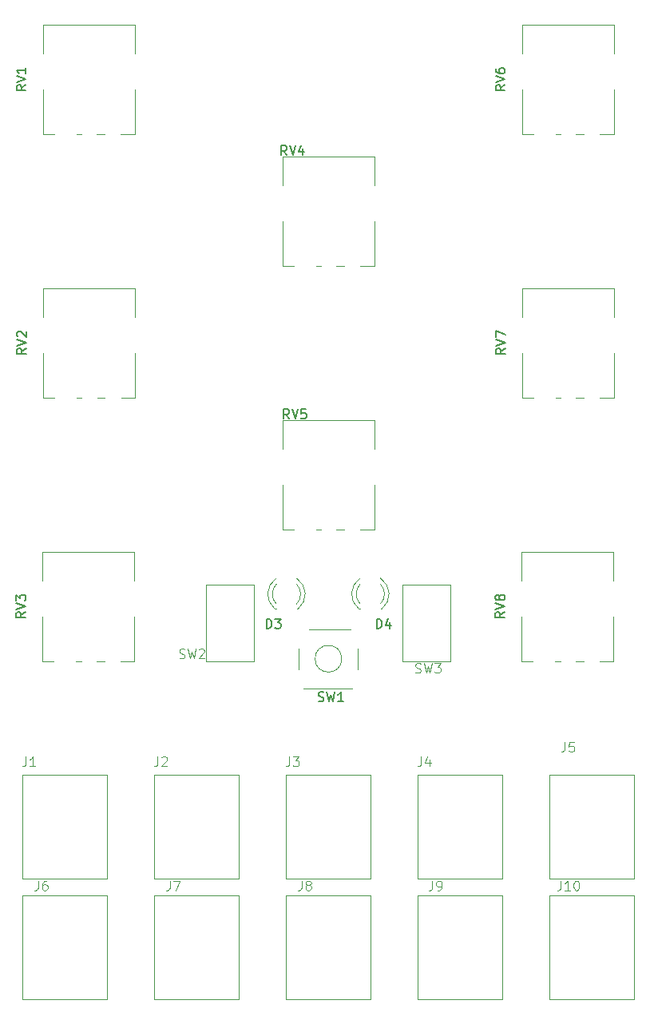
<source format=gbr>
%TF.GenerationSoftware,KiCad,Pcbnew,7.0.1*%
%TF.CreationDate,2024-01-09T19:15:50-05:00*%
%TF.ProjectId,daisy_euro,64616973-795f-4657-9572-6f2e6b696361,rev?*%
%TF.SameCoordinates,Original*%
%TF.FileFunction,Legend,Top*%
%TF.FilePolarity,Positive*%
%FSLAX46Y46*%
G04 Gerber Fmt 4.6, Leading zero omitted, Abs format (unit mm)*
G04 Created by KiCad (PCBNEW 7.0.1) date 2024-01-09 19:15:50*
%MOMM*%
%LPD*%
G01*
G04 APERTURE LIST*
%ADD10C,0.100000*%
%ADD11C,0.150000*%
%ADD12C,0.120000*%
G04 APERTURE END LIST*
D10*
%TO.C,J2*%
X45386666Y-121382619D02*
X45386666Y-122096904D01*
X45386666Y-122096904D02*
X45339047Y-122239761D01*
X45339047Y-122239761D02*
X45243809Y-122335000D01*
X45243809Y-122335000D02*
X45100952Y-122382619D01*
X45100952Y-122382619D02*
X45005714Y-122382619D01*
X45815238Y-121477857D02*
X45862857Y-121430238D01*
X45862857Y-121430238D02*
X45958095Y-121382619D01*
X45958095Y-121382619D02*
X46196190Y-121382619D01*
X46196190Y-121382619D02*
X46291428Y-121430238D01*
X46291428Y-121430238D02*
X46339047Y-121477857D01*
X46339047Y-121477857D02*
X46386666Y-121573095D01*
X46386666Y-121573095D02*
X46386666Y-121668333D01*
X46386666Y-121668333D02*
X46339047Y-121811190D01*
X46339047Y-121811190D02*
X45767619Y-122382619D01*
X45767619Y-122382619D02*
X46386666Y-122382619D01*
D11*
%TO.C,D3*%
X56919905Y-107777619D02*
X56919905Y-106777619D01*
X56919905Y-106777619D02*
X57158000Y-106777619D01*
X57158000Y-106777619D02*
X57300857Y-106825238D01*
X57300857Y-106825238D02*
X57396095Y-106920476D01*
X57396095Y-106920476D02*
X57443714Y-107015714D01*
X57443714Y-107015714D02*
X57491333Y-107206190D01*
X57491333Y-107206190D02*
X57491333Y-107349047D01*
X57491333Y-107349047D02*
X57443714Y-107539523D01*
X57443714Y-107539523D02*
X57396095Y-107634761D01*
X57396095Y-107634761D02*
X57300857Y-107730000D01*
X57300857Y-107730000D02*
X57158000Y-107777619D01*
X57158000Y-107777619D02*
X56919905Y-107777619D01*
X57824667Y-106777619D02*
X58443714Y-106777619D01*
X58443714Y-106777619D02*
X58110381Y-107158571D01*
X58110381Y-107158571D02*
X58253238Y-107158571D01*
X58253238Y-107158571D02*
X58348476Y-107206190D01*
X58348476Y-107206190D02*
X58396095Y-107253809D01*
X58396095Y-107253809D02*
X58443714Y-107349047D01*
X58443714Y-107349047D02*
X58443714Y-107587142D01*
X58443714Y-107587142D02*
X58396095Y-107682380D01*
X58396095Y-107682380D02*
X58348476Y-107730000D01*
X58348476Y-107730000D02*
X58253238Y-107777619D01*
X58253238Y-107777619D02*
X57967524Y-107777619D01*
X57967524Y-107777619D02*
X57872286Y-107730000D01*
X57872286Y-107730000D02*
X57824667Y-107682380D01*
%TO.C,SW1*%
X62420667Y-115477000D02*
X62563524Y-115524619D01*
X62563524Y-115524619D02*
X62801619Y-115524619D01*
X62801619Y-115524619D02*
X62896857Y-115477000D01*
X62896857Y-115477000D02*
X62944476Y-115429380D01*
X62944476Y-115429380D02*
X62992095Y-115334142D01*
X62992095Y-115334142D02*
X62992095Y-115238904D01*
X62992095Y-115238904D02*
X62944476Y-115143666D01*
X62944476Y-115143666D02*
X62896857Y-115096047D01*
X62896857Y-115096047D02*
X62801619Y-115048428D01*
X62801619Y-115048428D02*
X62611143Y-115000809D01*
X62611143Y-115000809D02*
X62515905Y-114953190D01*
X62515905Y-114953190D02*
X62468286Y-114905571D01*
X62468286Y-114905571D02*
X62420667Y-114810333D01*
X62420667Y-114810333D02*
X62420667Y-114715095D01*
X62420667Y-114715095D02*
X62468286Y-114619857D01*
X62468286Y-114619857D02*
X62515905Y-114572238D01*
X62515905Y-114572238D02*
X62611143Y-114524619D01*
X62611143Y-114524619D02*
X62849238Y-114524619D01*
X62849238Y-114524619D02*
X62992095Y-114572238D01*
X63325429Y-114524619D02*
X63563524Y-115524619D01*
X63563524Y-115524619D02*
X63754000Y-114810333D01*
X63754000Y-114810333D02*
X63944476Y-115524619D01*
X63944476Y-115524619D02*
X64182572Y-114524619D01*
X65087333Y-115524619D02*
X64515905Y-115524619D01*
X64801619Y-115524619D02*
X64801619Y-114524619D01*
X64801619Y-114524619D02*
X64706381Y-114667476D01*
X64706381Y-114667476D02*
X64611143Y-114762714D01*
X64611143Y-114762714D02*
X64515905Y-114810333D01*
%TO.C,RV2*%
X31462619Y-78093238D02*
X30986428Y-78426571D01*
X31462619Y-78664666D02*
X30462619Y-78664666D01*
X30462619Y-78664666D02*
X30462619Y-78283714D01*
X30462619Y-78283714D02*
X30510238Y-78188476D01*
X30510238Y-78188476D02*
X30557857Y-78140857D01*
X30557857Y-78140857D02*
X30653095Y-78093238D01*
X30653095Y-78093238D02*
X30795952Y-78093238D01*
X30795952Y-78093238D02*
X30891190Y-78140857D01*
X30891190Y-78140857D02*
X30938809Y-78188476D01*
X30938809Y-78188476D02*
X30986428Y-78283714D01*
X30986428Y-78283714D02*
X30986428Y-78664666D01*
X30462619Y-77807523D02*
X31462619Y-77474190D01*
X31462619Y-77474190D02*
X30462619Y-77140857D01*
X30557857Y-76855142D02*
X30510238Y-76807523D01*
X30510238Y-76807523D02*
X30462619Y-76712285D01*
X30462619Y-76712285D02*
X30462619Y-76474190D01*
X30462619Y-76474190D02*
X30510238Y-76378952D01*
X30510238Y-76378952D02*
X30557857Y-76331333D01*
X30557857Y-76331333D02*
X30653095Y-76283714D01*
X30653095Y-76283714D02*
X30748333Y-76283714D01*
X30748333Y-76283714D02*
X30891190Y-76331333D01*
X30891190Y-76331333D02*
X31462619Y-76902761D01*
X31462619Y-76902761D02*
X31462619Y-76283714D01*
D10*
%TO.C,J7*%
X46696666Y-134542619D02*
X46696666Y-135256904D01*
X46696666Y-135256904D02*
X46649047Y-135399761D01*
X46649047Y-135399761D02*
X46553809Y-135495000D01*
X46553809Y-135495000D02*
X46410952Y-135542619D01*
X46410952Y-135542619D02*
X46315714Y-135542619D01*
X47077619Y-134542619D02*
X47744285Y-134542619D01*
X47744285Y-134542619D02*
X47315714Y-135542619D01*
%TO.C,J1*%
X31416666Y-121382619D02*
X31416666Y-122096904D01*
X31416666Y-122096904D02*
X31369047Y-122239761D01*
X31369047Y-122239761D02*
X31273809Y-122335000D01*
X31273809Y-122335000D02*
X31130952Y-122382619D01*
X31130952Y-122382619D02*
X31035714Y-122382619D01*
X32416666Y-122382619D02*
X31845238Y-122382619D01*
X32130952Y-122382619D02*
X32130952Y-121382619D01*
X32130952Y-121382619D02*
X32035714Y-121525476D01*
X32035714Y-121525476D02*
X31940476Y-121620714D01*
X31940476Y-121620714D02*
X31845238Y-121668333D01*
%TO.C,J8*%
X60666666Y-134542619D02*
X60666666Y-135256904D01*
X60666666Y-135256904D02*
X60619047Y-135399761D01*
X60619047Y-135399761D02*
X60523809Y-135495000D01*
X60523809Y-135495000D02*
X60380952Y-135542619D01*
X60380952Y-135542619D02*
X60285714Y-135542619D01*
X61285714Y-134971190D02*
X61190476Y-134923571D01*
X61190476Y-134923571D02*
X61142857Y-134875952D01*
X61142857Y-134875952D02*
X61095238Y-134780714D01*
X61095238Y-134780714D02*
X61095238Y-134733095D01*
X61095238Y-134733095D02*
X61142857Y-134637857D01*
X61142857Y-134637857D02*
X61190476Y-134590238D01*
X61190476Y-134590238D02*
X61285714Y-134542619D01*
X61285714Y-134542619D02*
X61476190Y-134542619D01*
X61476190Y-134542619D02*
X61571428Y-134590238D01*
X61571428Y-134590238D02*
X61619047Y-134637857D01*
X61619047Y-134637857D02*
X61666666Y-134733095D01*
X61666666Y-134733095D02*
X61666666Y-134780714D01*
X61666666Y-134780714D02*
X61619047Y-134875952D01*
X61619047Y-134875952D02*
X61571428Y-134923571D01*
X61571428Y-134923571D02*
X61476190Y-134971190D01*
X61476190Y-134971190D02*
X61285714Y-134971190D01*
X61285714Y-134971190D02*
X61190476Y-135018809D01*
X61190476Y-135018809D02*
X61142857Y-135066428D01*
X61142857Y-135066428D02*
X61095238Y-135161666D01*
X61095238Y-135161666D02*
X61095238Y-135352142D01*
X61095238Y-135352142D02*
X61142857Y-135447380D01*
X61142857Y-135447380D02*
X61190476Y-135495000D01*
X61190476Y-135495000D02*
X61285714Y-135542619D01*
X61285714Y-135542619D02*
X61476190Y-135542619D01*
X61476190Y-135542619D02*
X61571428Y-135495000D01*
X61571428Y-135495000D02*
X61619047Y-135447380D01*
X61619047Y-135447380D02*
X61666666Y-135352142D01*
X61666666Y-135352142D02*
X61666666Y-135161666D01*
X61666666Y-135161666D02*
X61619047Y-135066428D01*
X61619047Y-135066428D02*
X61571428Y-135018809D01*
X61571428Y-135018809D02*
X61476190Y-134971190D01*
D11*
%TO.C,RV6*%
X82222619Y-50180238D02*
X81746428Y-50513571D01*
X82222619Y-50751666D02*
X81222619Y-50751666D01*
X81222619Y-50751666D02*
X81222619Y-50370714D01*
X81222619Y-50370714D02*
X81270238Y-50275476D01*
X81270238Y-50275476D02*
X81317857Y-50227857D01*
X81317857Y-50227857D02*
X81413095Y-50180238D01*
X81413095Y-50180238D02*
X81555952Y-50180238D01*
X81555952Y-50180238D02*
X81651190Y-50227857D01*
X81651190Y-50227857D02*
X81698809Y-50275476D01*
X81698809Y-50275476D02*
X81746428Y-50370714D01*
X81746428Y-50370714D02*
X81746428Y-50751666D01*
X81222619Y-49894523D02*
X82222619Y-49561190D01*
X82222619Y-49561190D02*
X81222619Y-49227857D01*
X81222619Y-48465952D02*
X81222619Y-48656428D01*
X81222619Y-48656428D02*
X81270238Y-48751666D01*
X81270238Y-48751666D02*
X81317857Y-48799285D01*
X81317857Y-48799285D02*
X81460714Y-48894523D01*
X81460714Y-48894523D02*
X81651190Y-48942142D01*
X81651190Y-48942142D02*
X82032142Y-48942142D01*
X82032142Y-48942142D02*
X82127380Y-48894523D01*
X82127380Y-48894523D02*
X82175000Y-48846904D01*
X82175000Y-48846904D02*
X82222619Y-48751666D01*
X82222619Y-48751666D02*
X82222619Y-48561190D01*
X82222619Y-48561190D02*
X82175000Y-48465952D01*
X82175000Y-48465952D02*
X82127380Y-48418333D01*
X82127380Y-48418333D02*
X82032142Y-48370714D01*
X82032142Y-48370714D02*
X81794047Y-48370714D01*
X81794047Y-48370714D02*
X81698809Y-48418333D01*
X81698809Y-48418333D02*
X81651190Y-48465952D01*
X81651190Y-48465952D02*
X81603571Y-48561190D01*
X81603571Y-48561190D02*
X81603571Y-48751666D01*
X81603571Y-48751666D02*
X81651190Y-48846904D01*
X81651190Y-48846904D02*
X81698809Y-48894523D01*
X81698809Y-48894523D02*
X81794047Y-48942142D01*
D10*
%TO.C,J4*%
X73326666Y-121382619D02*
X73326666Y-122096904D01*
X73326666Y-122096904D02*
X73279047Y-122239761D01*
X73279047Y-122239761D02*
X73183809Y-122335000D01*
X73183809Y-122335000D02*
X73040952Y-122382619D01*
X73040952Y-122382619D02*
X72945714Y-122382619D01*
X74231428Y-121715952D02*
X74231428Y-122382619D01*
X73993333Y-121335000D02*
X73755238Y-122049285D01*
X73755238Y-122049285D02*
X74374285Y-122049285D01*
D11*
%TO.C,RV3*%
X31396619Y-106033238D02*
X30920428Y-106366571D01*
X31396619Y-106604666D02*
X30396619Y-106604666D01*
X30396619Y-106604666D02*
X30396619Y-106223714D01*
X30396619Y-106223714D02*
X30444238Y-106128476D01*
X30444238Y-106128476D02*
X30491857Y-106080857D01*
X30491857Y-106080857D02*
X30587095Y-106033238D01*
X30587095Y-106033238D02*
X30729952Y-106033238D01*
X30729952Y-106033238D02*
X30825190Y-106080857D01*
X30825190Y-106080857D02*
X30872809Y-106128476D01*
X30872809Y-106128476D02*
X30920428Y-106223714D01*
X30920428Y-106223714D02*
X30920428Y-106604666D01*
X30396619Y-105747523D02*
X31396619Y-105414190D01*
X31396619Y-105414190D02*
X30396619Y-105080857D01*
X30396619Y-104842761D02*
X30396619Y-104223714D01*
X30396619Y-104223714D02*
X30777571Y-104557047D01*
X30777571Y-104557047D02*
X30777571Y-104414190D01*
X30777571Y-104414190D02*
X30825190Y-104318952D01*
X30825190Y-104318952D02*
X30872809Y-104271333D01*
X30872809Y-104271333D02*
X30968047Y-104223714D01*
X30968047Y-104223714D02*
X31206142Y-104223714D01*
X31206142Y-104223714D02*
X31301380Y-104271333D01*
X31301380Y-104271333D02*
X31349000Y-104318952D01*
X31349000Y-104318952D02*
X31396619Y-104414190D01*
X31396619Y-104414190D02*
X31396619Y-104699904D01*
X31396619Y-104699904D02*
X31349000Y-104795142D01*
X31349000Y-104795142D02*
X31301380Y-104842761D01*
D10*
%TO.C,SW2*%
X47688667Y-110905000D02*
X47831524Y-110952619D01*
X47831524Y-110952619D02*
X48069619Y-110952619D01*
X48069619Y-110952619D02*
X48164857Y-110905000D01*
X48164857Y-110905000D02*
X48212476Y-110857380D01*
X48212476Y-110857380D02*
X48260095Y-110762142D01*
X48260095Y-110762142D02*
X48260095Y-110666904D01*
X48260095Y-110666904D02*
X48212476Y-110571666D01*
X48212476Y-110571666D02*
X48164857Y-110524047D01*
X48164857Y-110524047D02*
X48069619Y-110476428D01*
X48069619Y-110476428D02*
X47879143Y-110428809D01*
X47879143Y-110428809D02*
X47783905Y-110381190D01*
X47783905Y-110381190D02*
X47736286Y-110333571D01*
X47736286Y-110333571D02*
X47688667Y-110238333D01*
X47688667Y-110238333D02*
X47688667Y-110143095D01*
X47688667Y-110143095D02*
X47736286Y-110047857D01*
X47736286Y-110047857D02*
X47783905Y-110000238D01*
X47783905Y-110000238D02*
X47879143Y-109952619D01*
X47879143Y-109952619D02*
X48117238Y-109952619D01*
X48117238Y-109952619D02*
X48260095Y-110000238D01*
X48593429Y-109952619D02*
X48831524Y-110952619D01*
X48831524Y-110952619D02*
X49022000Y-110238333D01*
X49022000Y-110238333D02*
X49212476Y-110952619D01*
X49212476Y-110952619D02*
X49450572Y-109952619D01*
X49783905Y-110047857D02*
X49831524Y-110000238D01*
X49831524Y-110000238D02*
X49926762Y-109952619D01*
X49926762Y-109952619D02*
X50164857Y-109952619D01*
X50164857Y-109952619D02*
X50260095Y-110000238D01*
X50260095Y-110000238D02*
X50307714Y-110047857D01*
X50307714Y-110047857D02*
X50355333Y-110143095D01*
X50355333Y-110143095D02*
X50355333Y-110238333D01*
X50355333Y-110238333D02*
X50307714Y-110381190D01*
X50307714Y-110381190D02*
X49736286Y-110952619D01*
X49736286Y-110952619D02*
X50355333Y-110952619D01*
%TO.C,SW3*%
X72707667Y-112429000D02*
X72850524Y-112476619D01*
X72850524Y-112476619D02*
X73088619Y-112476619D01*
X73088619Y-112476619D02*
X73183857Y-112429000D01*
X73183857Y-112429000D02*
X73231476Y-112381380D01*
X73231476Y-112381380D02*
X73279095Y-112286142D01*
X73279095Y-112286142D02*
X73279095Y-112190904D01*
X73279095Y-112190904D02*
X73231476Y-112095666D01*
X73231476Y-112095666D02*
X73183857Y-112048047D01*
X73183857Y-112048047D02*
X73088619Y-112000428D01*
X73088619Y-112000428D02*
X72898143Y-111952809D01*
X72898143Y-111952809D02*
X72802905Y-111905190D01*
X72802905Y-111905190D02*
X72755286Y-111857571D01*
X72755286Y-111857571D02*
X72707667Y-111762333D01*
X72707667Y-111762333D02*
X72707667Y-111667095D01*
X72707667Y-111667095D02*
X72755286Y-111571857D01*
X72755286Y-111571857D02*
X72802905Y-111524238D01*
X72802905Y-111524238D02*
X72898143Y-111476619D01*
X72898143Y-111476619D02*
X73136238Y-111476619D01*
X73136238Y-111476619D02*
X73279095Y-111524238D01*
X73612429Y-111476619D02*
X73850524Y-112476619D01*
X73850524Y-112476619D02*
X74041000Y-111762333D01*
X74041000Y-111762333D02*
X74231476Y-112476619D01*
X74231476Y-112476619D02*
X74469572Y-111476619D01*
X74755286Y-111476619D02*
X75374333Y-111476619D01*
X75374333Y-111476619D02*
X75041000Y-111857571D01*
X75041000Y-111857571D02*
X75183857Y-111857571D01*
X75183857Y-111857571D02*
X75279095Y-111905190D01*
X75279095Y-111905190D02*
X75326714Y-111952809D01*
X75326714Y-111952809D02*
X75374333Y-112048047D01*
X75374333Y-112048047D02*
X75374333Y-112286142D01*
X75374333Y-112286142D02*
X75326714Y-112381380D01*
X75326714Y-112381380D02*
X75279095Y-112429000D01*
X75279095Y-112429000D02*
X75183857Y-112476619D01*
X75183857Y-112476619D02*
X74898143Y-112476619D01*
X74898143Y-112476619D02*
X74802905Y-112429000D01*
X74802905Y-112429000D02*
X74755286Y-112381380D01*
%TO.C,J10*%
X88130476Y-134542619D02*
X88130476Y-135256904D01*
X88130476Y-135256904D02*
X88082857Y-135399761D01*
X88082857Y-135399761D02*
X87987619Y-135495000D01*
X87987619Y-135495000D02*
X87844762Y-135542619D01*
X87844762Y-135542619D02*
X87749524Y-135542619D01*
X89130476Y-135542619D02*
X88559048Y-135542619D01*
X88844762Y-135542619D02*
X88844762Y-134542619D01*
X88844762Y-134542619D02*
X88749524Y-134685476D01*
X88749524Y-134685476D02*
X88654286Y-134780714D01*
X88654286Y-134780714D02*
X88559048Y-134828333D01*
X89749524Y-134542619D02*
X89844762Y-134542619D01*
X89844762Y-134542619D02*
X89940000Y-134590238D01*
X89940000Y-134590238D02*
X89987619Y-134637857D01*
X89987619Y-134637857D02*
X90035238Y-134733095D01*
X90035238Y-134733095D02*
X90082857Y-134923571D01*
X90082857Y-134923571D02*
X90082857Y-135161666D01*
X90082857Y-135161666D02*
X90035238Y-135352142D01*
X90035238Y-135352142D02*
X89987619Y-135447380D01*
X89987619Y-135447380D02*
X89940000Y-135495000D01*
X89940000Y-135495000D02*
X89844762Y-135542619D01*
X89844762Y-135542619D02*
X89749524Y-135542619D01*
X89749524Y-135542619D02*
X89654286Y-135495000D01*
X89654286Y-135495000D02*
X89606667Y-135447380D01*
X89606667Y-135447380D02*
X89559048Y-135352142D01*
X89559048Y-135352142D02*
X89511429Y-135161666D01*
X89511429Y-135161666D02*
X89511429Y-134923571D01*
X89511429Y-134923571D02*
X89559048Y-134733095D01*
X89559048Y-134733095D02*
X89606667Y-134637857D01*
X89606667Y-134637857D02*
X89654286Y-134590238D01*
X89654286Y-134590238D02*
X89749524Y-134542619D01*
%TO.C,J6*%
X32726666Y-134542619D02*
X32726666Y-135256904D01*
X32726666Y-135256904D02*
X32679047Y-135399761D01*
X32679047Y-135399761D02*
X32583809Y-135495000D01*
X32583809Y-135495000D02*
X32440952Y-135542619D01*
X32440952Y-135542619D02*
X32345714Y-135542619D01*
X33631428Y-134542619D02*
X33440952Y-134542619D01*
X33440952Y-134542619D02*
X33345714Y-134590238D01*
X33345714Y-134590238D02*
X33298095Y-134637857D01*
X33298095Y-134637857D02*
X33202857Y-134780714D01*
X33202857Y-134780714D02*
X33155238Y-134971190D01*
X33155238Y-134971190D02*
X33155238Y-135352142D01*
X33155238Y-135352142D02*
X33202857Y-135447380D01*
X33202857Y-135447380D02*
X33250476Y-135495000D01*
X33250476Y-135495000D02*
X33345714Y-135542619D01*
X33345714Y-135542619D02*
X33536190Y-135542619D01*
X33536190Y-135542619D02*
X33631428Y-135495000D01*
X33631428Y-135495000D02*
X33679047Y-135447380D01*
X33679047Y-135447380D02*
X33726666Y-135352142D01*
X33726666Y-135352142D02*
X33726666Y-135114047D01*
X33726666Y-135114047D02*
X33679047Y-135018809D01*
X33679047Y-135018809D02*
X33631428Y-134971190D01*
X33631428Y-134971190D02*
X33536190Y-134923571D01*
X33536190Y-134923571D02*
X33345714Y-134923571D01*
X33345714Y-134923571D02*
X33250476Y-134971190D01*
X33250476Y-134971190D02*
X33202857Y-135018809D01*
X33202857Y-135018809D02*
X33155238Y-135114047D01*
D11*
%TO.C,RV7*%
X82248619Y-78096238D02*
X81772428Y-78429571D01*
X82248619Y-78667666D02*
X81248619Y-78667666D01*
X81248619Y-78667666D02*
X81248619Y-78286714D01*
X81248619Y-78286714D02*
X81296238Y-78191476D01*
X81296238Y-78191476D02*
X81343857Y-78143857D01*
X81343857Y-78143857D02*
X81439095Y-78096238D01*
X81439095Y-78096238D02*
X81581952Y-78096238D01*
X81581952Y-78096238D02*
X81677190Y-78143857D01*
X81677190Y-78143857D02*
X81724809Y-78191476D01*
X81724809Y-78191476D02*
X81772428Y-78286714D01*
X81772428Y-78286714D02*
X81772428Y-78667666D01*
X81248619Y-77810523D02*
X82248619Y-77477190D01*
X82248619Y-77477190D02*
X81248619Y-77143857D01*
X81248619Y-76905761D02*
X81248619Y-76239095D01*
X81248619Y-76239095D02*
X82248619Y-76667666D01*
%TO.C,D4*%
X68603905Y-107777619D02*
X68603905Y-106777619D01*
X68603905Y-106777619D02*
X68842000Y-106777619D01*
X68842000Y-106777619D02*
X68984857Y-106825238D01*
X68984857Y-106825238D02*
X69080095Y-106920476D01*
X69080095Y-106920476D02*
X69127714Y-107015714D01*
X69127714Y-107015714D02*
X69175333Y-107206190D01*
X69175333Y-107206190D02*
X69175333Y-107349047D01*
X69175333Y-107349047D02*
X69127714Y-107539523D01*
X69127714Y-107539523D02*
X69080095Y-107634761D01*
X69080095Y-107634761D02*
X68984857Y-107730000D01*
X68984857Y-107730000D02*
X68842000Y-107777619D01*
X68842000Y-107777619D02*
X68603905Y-107777619D01*
X70032476Y-107110952D02*
X70032476Y-107777619D01*
X69794381Y-106730000D02*
X69556286Y-107444285D01*
X69556286Y-107444285D02*
X70175333Y-107444285D01*
%TO.C,RV4*%
X59094761Y-57615619D02*
X58761428Y-57139428D01*
X58523333Y-57615619D02*
X58523333Y-56615619D01*
X58523333Y-56615619D02*
X58904285Y-56615619D01*
X58904285Y-56615619D02*
X58999523Y-56663238D01*
X58999523Y-56663238D02*
X59047142Y-56710857D01*
X59047142Y-56710857D02*
X59094761Y-56806095D01*
X59094761Y-56806095D02*
X59094761Y-56948952D01*
X59094761Y-56948952D02*
X59047142Y-57044190D01*
X59047142Y-57044190D02*
X58999523Y-57091809D01*
X58999523Y-57091809D02*
X58904285Y-57139428D01*
X58904285Y-57139428D02*
X58523333Y-57139428D01*
X59380476Y-56615619D02*
X59713809Y-57615619D01*
X59713809Y-57615619D02*
X60047142Y-56615619D01*
X60809047Y-56948952D02*
X60809047Y-57615619D01*
X60570952Y-56568000D02*
X60332857Y-57282285D01*
X60332857Y-57282285D02*
X60951904Y-57282285D01*
D10*
%TO.C,J9*%
X74517618Y-134542619D02*
X74517618Y-135256904D01*
X74517618Y-135256904D02*
X74469999Y-135399761D01*
X74469999Y-135399761D02*
X74374761Y-135495000D01*
X74374761Y-135495000D02*
X74231904Y-135542619D01*
X74231904Y-135542619D02*
X74136666Y-135542619D01*
X75041428Y-135542619D02*
X75231904Y-135542619D01*
X75231904Y-135542619D02*
X75327142Y-135495000D01*
X75327142Y-135495000D02*
X75374761Y-135447380D01*
X75374761Y-135447380D02*
X75469999Y-135304523D01*
X75469999Y-135304523D02*
X75517618Y-135114047D01*
X75517618Y-135114047D02*
X75517618Y-134733095D01*
X75517618Y-134733095D02*
X75469999Y-134637857D01*
X75469999Y-134637857D02*
X75422380Y-134590238D01*
X75422380Y-134590238D02*
X75327142Y-134542619D01*
X75327142Y-134542619D02*
X75136666Y-134542619D01*
X75136666Y-134542619D02*
X75041428Y-134590238D01*
X75041428Y-134590238D02*
X74993809Y-134637857D01*
X74993809Y-134637857D02*
X74946190Y-134733095D01*
X74946190Y-134733095D02*
X74946190Y-134971190D01*
X74946190Y-134971190D02*
X74993809Y-135066428D01*
X74993809Y-135066428D02*
X75041428Y-135114047D01*
X75041428Y-135114047D02*
X75136666Y-135161666D01*
X75136666Y-135161666D02*
X75327142Y-135161666D01*
X75327142Y-135161666D02*
X75422380Y-135114047D01*
X75422380Y-135114047D02*
X75469999Y-135066428D01*
X75469999Y-135066428D02*
X75517618Y-134971190D01*
%TO.C,J5*%
X88566666Y-119833219D02*
X88566666Y-120547504D01*
X88566666Y-120547504D02*
X88519047Y-120690361D01*
X88519047Y-120690361D02*
X88423809Y-120785600D01*
X88423809Y-120785600D02*
X88280952Y-120833219D01*
X88280952Y-120833219D02*
X88185714Y-120833219D01*
X89519047Y-119833219D02*
X89042857Y-119833219D01*
X89042857Y-119833219D02*
X88995238Y-120309409D01*
X88995238Y-120309409D02*
X89042857Y-120261790D01*
X89042857Y-120261790D02*
X89138095Y-120214171D01*
X89138095Y-120214171D02*
X89376190Y-120214171D01*
X89376190Y-120214171D02*
X89471428Y-120261790D01*
X89471428Y-120261790D02*
X89519047Y-120309409D01*
X89519047Y-120309409D02*
X89566666Y-120404647D01*
X89566666Y-120404647D02*
X89566666Y-120642742D01*
X89566666Y-120642742D02*
X89519047Y-120737980D01*
X89519047Y-120737980D02*
X89471428Y-120785600D01*
X89471428Y-120785600D02*
X89376190Y-120833219D01*
X89376190Y-120833219D02*
X89138095Y-120833219D01*
X89138095Y-120833219D02*
X89042857Y-120785600D01*
X89042857Y-120785600D02*
X88995238Y-120737980D01*
D11*
%TO.C,RV1*%
X31422619Y-50180238D02*
X30946428Y-50513571D01*
X31422619Y-50751666D02*
X30422619Y-50751666D01*
X30422619Y-50751666D02*
X30422619Y-50370714D01*
X30422619Y-50370714D02*
X30470238Y-50275476D01*
X30470238Y-50275476D02*
X30517857Y-50227857D01*
X30517857Y-50227857D02*
X30613095Y-50180238D01*
X30613095Y-50180238D02*
X30755952Y-50180238D01*
X30755952Y-50180238D02*
X30851190Y-50227857D01*
X30851190Y-50227857D02*
X30898809Y-50275476D01*
X30898809Y-50275476D02*
X30946428Y-50370714D01*
X30946428Y-50370714D02*
X30946428Y-50751666D01*
X30422619Y-49894523D02*
X31422619Y-49561190D01*
X31422619Y-49561190D02*
X30422619Y-49227857D01*
X31422619Y-48370714D02*
X31422619Y-48942142D01*
X31422619Y-48656428D02*
X30422619Y-48656428D01*
X30422619Y-48656428D02*
X30565476Y-48751666D01*
X30565476Y-48751666D02*
X30660714Y-48846904D01*
X30660714Y-48846904D02*
X30708333Y-48942142D01*
%TO.C,RV5*%
X59348761Y-85552619D02*
X59015428Y-85076428D01*
X58777333Y-85552619D02*
X58777333Y-84552619D01*
X58777333Y-84552619D02*
X59158285Y-84552619D01*
X59158285Y-84552619D02*
X59253523Y-84600238D01*
X59253523Y-84600238D02*
X59301142Y-84647857D01*
X59301142Y-84647857D02*
X59348761Y-84743095D01*
X59348761Y-84743095D02*
X59348761Y-84885952D01*
X59348761Y-84885952D02*
X59301142Y-84981190D01*
X59301142Y-84981190D02*
X59253523Y-85028809D01*
X59253523Y-85028809D02*
X59158285Y-85076428D01*
X59158285Y-85076428D02*
X58777333Y-85076428D01*
X59634476Y-84552619D02*
X59967809Y-85552619D01*
X59967809Y-85552619D02*
X60301142Y-84552619D01*
X61110666Y-84552619D02*
X60634476Y-84552619D01*
X60634476Y-84552619D02*
X60586857Y-85028809D01*
X60586857Y-85028809D02*
X60634476Y-84981190D01*
X60634476Y-84981190D02*
X60729714Y-84933571D01*
X60729714Y-84933571D02*
X60967809Y-84933571D01*
X60967809Y-84933571D02*
X61063047Y-84981190D01*
X61063047Y-84981190D02*
X61110666Y-85028809D01*
X61110666Y-85028809D02*
X61158285Y-85124047D01*
X61158285Y-85124047D02*
X61158285Y-85362142D01*
X61158285Y-85362142D02*
X61110666Y-85457380D01*
X61110666Y-85457380D02*
X61063047Y-85505000D01*
X61063047Y-85505000D02*
X60967809Y-85552619D01*
X60967809Y-85552619D02*
X60729714Y-85552619D01*
X60729714Y-85552619D02*
X60634476Y-85505000D01*
X60634476Y-85505000D02*
X60586857Y-85457380D01*
D10*
%TO.C,J3*%
X59356666Y-121382619D02*
X59356666Y-122096904D01*
X59356666Y-122096904D02*
X59309047Y-122239761D01*
X59309047Y-122239761D02*
X59213809Y-122335000D01*
X59213809Y-122335000D02*
X59070952Y-122382619D01*
X59070952Y-122382619D02*
X58975714Y-122382619D01*
X59737619Y-121382619D02*
X60356666Y-121382619D01*
X60356666Y-121382619D02*
X60023333Y-121763571D01*
X60023333Y-121763571D02*
X60166190Y-121763571D01*
X60166190Y-121763571D02*
X60261428Y-121811190D01*
X60261428Y-121811190D02*
X60309047Y-121858809D01*
X60309047Y-121858809D02*
X60356666Y-121954047D01*
X60356666Y-121954047D02*
X60356666Y-122192142D01*
X60356666Y-122192142D02*
X60309047Y-122287380D01*
X60309047Y-122287380D02*
X60261428Y-122335000D01*
X60261428Y-122335000D02*
X60166190Y-122382619D01*
X60166190Y-122382619D02*
X59880476Y-122382619D01*
X59880476Y-122382619D02*
X59785238Y-122335000D01*
X59785238Y-122335000D02*
X59737619Y-122287380D01*
D11*
%TO.C,RV8*%
X82196619Y-106033238D02*
X81720428Y-106366571D01*
X82196619Y-106604666D02*
X81196619Y-106604666D01*
X81196619Y-106604666D02*
X81196619Y-106223714D01*
X81196619Y-106223714D02*
X81244238Y-106128476D01*
X81244238Y-106128476D02*
X81291857Y-106080857D01*
X81291857Y-106080857D02*
X81387095Y-106033238D01*
X81387095Y-106033238D02*
X81529952Y-106033238D01*
X81529952Y-106033238D02*
X81625190Y-106080857D01*
X81625190Y-106080857D02*
X81672809Y-106128476D01*
X81672809Y-106128476D02*
X81720428Y-106223714D01*
X81720428Y-106223714D02*
X81720428Y-106604666D01*
X81196619Y-105747523D02*
X82196619Y-105414190D01*
X82196619Y-105414190D02*
X81196619Y-105080857D01*
X81625190Y-104604666D02*
X81577571Y-104699904D01*
X81577571Y-104699904D02*
X81529952Y-104747523D01*
X81529952Y-104747523D02*
X81434714Y-104795142D01*
X81434714Y-104795142D02*
X81387095Y-104795142D01*
X81387095Y-104795142D02*
X81291857Y-104747523D01*
X81291857Y-104747523D02*
X81244238Y-104699904D01*
X81244238Y-104699904D02*
X81196619Y-104604666D01*
X81196619Y-104604666D02*
X81196619Y-104414190D01*
X81196619Y-104414190D02*
X81244238Y-104318952D01*
X81244238Y-104318952D02*
X81291857Y-104271333D01*
X81291857Y-104271333D02*
X81387095Y-104223714D01*
X81387095Y-104223714D02*
X81434714Y-104223714D01*
X81434714Y-104223714D02*
X81529952Y-104271333D01*
X81529952Y-104271333D02*
X81577571Y-104318952D01*
X81577571Y-104318952D02*
X81625190Y-104414190D01*
X81625190Y-104414190D02*
X81625190Y-104604666D01*
X81625190Y-104604666D02*
X81672809Y-104699904D01*
X81672809Y-104699904D02*
X81720428Y-104747523D01*
X81720428Y-104747523D02*
X81815666Y-104795142D01*
X81815666Y-104795142D02*
X82006142Y-104795142D01*
X82006142Y-104795142D02*
X82101380Y-104747523D01*
X82101380Y-104747523D02*
X82149000Y-104699904D01*
X82149000Y-104699904D02*
X82196619Y-104604666D01*
X82196619Y-104604666D02*
X82196619Y-104414190D01*
X82196619Y-104414190D02*
X82149000Y-104318952D01*
X82149000Y-104318952D02*
X82101380Y-104271333D01*
X82101380Y-104271333D02*
X82006142Y-104223714D01*
X82006142Y-104223714D02*
X81815666Y-104223714D01*
X81815666Y-104223714D02*
X81720428Y-104271333D01*
X81720428Y-104271333D02*
X81672809Y-104318952D01*
X81672809Y-104318952D02*
X81625190Y-104414190D01*
D10*
%TO.C,J2*%
X54030000Y-134270000D02*
X45030000Y-134270000D01*
X45030000Y-134270000D02*
X45030000Y-123270000D01*
X45030000Y-123270000D02*
X54030000Y-123270000D01*
X54030000Y-123270000D02*
X54030000Y-134270000D01*
D12*
%TO.C,D3*%
X57819000Y-105705000D02*
X57975000Y-105705000D01*
X60135000Y-105705000D02*
X60291000Y-105705000D01*
X57976392Y-102472666D02*
G75*
G03*
X57819485Y-105704999I1078608J-1672334D01*
G01*
X57975164Y-103103871D02*
G75*
G03*
X57975001Y-105185960I1079836J-1041129D01*
G01*
X60134999Y-105185960D02*
G75*
G03*
X60134836Y-103103871I-1079999J1040960D01*
G01*
X60290515Y-105704999D02*
G75*
G03*
X60133608Y-102472666I-1235515J1559999D01*
G01*
%TO.C,SW1*%
X60380000Y-112148000D02*
X60380000Y-109948000D01*
X60850000Y-114118000D02*
X66050000Y-114118000D01*
X61450000Y-107878000D02*
X65850000Y-107878000D01*
X66620000Y-109948000D02*
X66620000Y-112148000D01*
X64914214Y-110998000D02*
G75*
G03*
X64914214Y-110998000I-1414214J0D01*
G01*
%TO.C,RV2*%
X33260000Y-83328000D02*
X33260000Y-78608000D01*
X34450000Y-83328000D02*
X33270000Y-83328000D01*
X37350000Y-83328000D02*
X36820000Y-83328000D01*
X39800000Y-83328000D02*
X38970000Y-83328000D01*
X43010000Y-83328000D02*
X41520000Y-83328000D01*
X43010000Y-83328000D02*
X43010000Y-78608000D01*
X33270000Y-74798000D02*
X33270000Y-71738000D01*
X43010000Y-74798000D02*
X43010000Y-71738000D01*
X43010000Y-71738000D02*
X33270000Y-71738000D01*
D10*
%TO.C,J7*%
X45030000Y-136080000D02*
X54030000Y-136080000D01*
X54030000Y-136080000D02*
X54030000Y-147080000D01*
X54030000Y-147080000D02*
X45030000Y-147080000D01*
X45030000Y-147080000D02*
X45030000Y-136080000D01*
%TO.C,J1*%
X40060000Y-134270000D02*
X31060000Y-134270000D01*
X31060000Y-134270000D02*
X31060000Y-123270000D01*
X31060000Y-123270000D02*
X40060000Y-123270000D01*
X40060000Y-123270000D02*
X40060000Y-134270000D01*
%TO.C,J8*%
X59000000Y-136080000D02*
X68000000Y-136080000D01*
X68000000Y-136080000D02*
X68000000Y-147080000D01*
X68000000Y-147080000D02*
X59000000Y-147080000D01*
X59000000Y-147080000D02*
X59000000Y-136080000D01*
D12*
%TO.C,RV6*%
X84020000Y-55415000D02*
X84020000Y-50695000D01*
X85210000Y-55415000D02*
X84030000Y-55415000D01*
X88110000Y-55415000D02*
X87580000Y-55415000D01*
X90560000Y-55415000D02*
X89730000Y-55415000D01*
X93770000Y-55415000D02*
X92280000Y-55415000D01*
X93770000Y-55415000D02*
X93770000Y-50695000D01*
X84030000Y-46885000D02*
X84030000Y-43825000D01*
X93770000Y-46885000D02*
X93770000Y-43825000D01*
X93770000Y-43825000D02*
X84030000Y-43825000D01*
D10*
%TO.C,J4*%
X81970000Y-134270000D02*
X72970000Y-134270000D01*
X72970000Y-134270000D02*
X72970000Y-123270000D01*
X72970000Y-123270000D02*
X81970000Y-123270000D01*
X81970000Y-123270000D02*
X81970000Y-134270000D01*
D12*
%TO.C,RV3*%
X33194000Y-111268000D02*
X33194000Y-106548000D01*
X34384000Y-111268000D02*
X33204000Y-111268000D01*
X37284000Y-111268000D02*
X36754000Y-111268000D01*
X39734000Y-111268000D02*
X38904000Y-111268000D01*
X42944000Y-111268000D02*
X41454000Y-111268000D01*
X42944000Y-111268000D02*
X42944000Y-106548000D01*
X33204000Y-102738000D02*
X33204000Y-99678000D01*
X42944000Y-102738000D02*
X42944000Y-99678000D01*
X42944000Y-99678000D02*
X33204000Y-99678000D01*
D10*
%TO.C,SW2*%
X55626000Y-103124000D02*
X50546000Y-103124000D01*
X50546000Y-103124000D02*
X50546000Y-111252000D01*
X50546000Y-111252000D02*
X55626000Y-111252000D01*
X55626000Y-111252000D02*
X55626000Y-103124000D01*
%TO.C,SW3*%
X76454000Y-103124000D02*
X71374000Y-103124000D01*
X71374000Y-103124000D02*
X71374000Y-111252000D01*
X71374000Y-111252000D02*
X76454000Y-111252000D01*
X76454000Y-111252000D02*
X76454000Y-103124000D01*
%TO.C,J10*%
X86940000Y-136080000D02*
X95940000Y-136080000D01*
X95940000Y-136080000D02*
X95940000Y-147080000D01*
X95940000Y-147080000D02*
X86940000Y-147080000D01*
X86940000Y-147080000D02*
X86940000Y-136080000D01*
%TO.C,J6*%
X31060000Y-136080000D02*
X40060000Y-136080000D01*
X40060000Y-136080000D02*
X40060000Y-147080000D01*
X40060000Y-147080000D02*
X31060000Y-147080000D01*
X31060000Y-147080000D02*
X31060000Y-136080000D01*
D12*
%TO.C,RV7*%
X84046000Y-83331000D02*
X84046000Y-78611000D01*
X85236000Y-83331000D02*
X84056000Y-83331000D01*
X88136000Y-83331000D02*
X87606000Y-83331000D01*
X90586000Y-83331000D02*
X89756000Y-83331000D01*
X93796000Y-83331000D02*
X92306000Y-83331000D01*
X93796000Y-83331000D02*
X93796000Y-78611000D01*
X84056000Y-74801000D02*
X84056000Y-71741000D01*
X93796000Y-74801000D02*
X93796000Y-71741000D01*
X93796000Y-71741000D02*
X84056000Y-71741000D01*
%TO.C,D4*%
X66709000Y-105700000D02*
X66865000Y-105700000D01*
X69025000Y-105700000D02*
X69181000Y-105700000D01*
X66866392Y-102467666D02*
G75*
G03*
X66709485Y-105699999I1078608J-1672334D01*
G01*
X66865164Y-103098871D02*
G75*
G03*
X66865001Y-105180960I1079836J-1041129D01*
G01*
X69024999Y-105180960D02*
G75*
G03*
X69024836Y-103098871I-1079999J1040960D01*
G01*
X69180515Y-105699999D02*
G75*
G03*
X69023608Y-102467666I-1235515J1559999D01*
G01*
%TO.C,RV4*%
X58646000Y-69361000D02*
X58646000Y-64641000D01*
X59836000Y-69361000D02*
X58656000Y-69361000D01*
X62736000Y-69361000D02*
X62206000Y-69361000D01*
X65186000Y-69361000D02*
X64356000Y-69361000D01*
X68396000Y-69361000D02*
X66906000Y-69361000D01*
X68396000Y-69361000D02*
X68396000Y-64641000D01*
X58656000Y-60831000D02*
X58656000Y-57771000D01*
X68396000Y-60831000D02*
X68396000Y-57771000D01*
X68396000Y-57771000D02*
X58656000Y-57771000D01*
D10*
%TO.C,J9*%
X72970000Y-136080000D02*
X81970000Y-136080000D01*
X81970000Y-136080000D02*
X81970000Y-147080000D01*
X81970000Y-147080000D02*
X72970000Y-147080000D01*
X72970000Y-147080000D02*
X72970000Y-136080000D01*
%TO.C,J5*%
X95940000Y-134270000D02*
X86940000Y-134270000D01*
X86940000Y-134270000D02*
X86940000Y-123270000D01*
X86940000Y-123270000D02*
X95940000Y-123270000D01*
X95940000Y-123270000D02*
X95940000Y-134270000D01*
D12*
%TO.C,RV1*%
X33220000Y-55415000D02*
X33220000Y-50695000D01*
X34410000Y-55415000D02*
X33230000Y-55415000D01*
X37310000Y-55415000D02*
X36780000Y-55415000D01*
X39760000Y-55415000D02*
X38930000Y-55415000D01*
X42970000Y-55415000D02*
X41480000Y-55415000D01*
X42970000Y-55415000D02*
X42970000Y-50695000D01*
X33230000Y-46885000D02*
X33230000Y-43825000D01*
X42970000Y-46885000D02*
X42970000Y-43825000D01*
X42970000Y-43825000D02*
X33230000Y-43825000D01*
%TO.C,RV5*%
X58620000Y-97301000D02*
X58620000Y-92581000D01*
X59810000Y-97301000D02*
X58630000Y-97301000D01*
X62710000Y-97301000D02*
X62180000Y-97301000D01*
X65160000Y-97301000D02*
X64330000Y-97301000D01*
X68370000Y-97301000D02*
X66880000Y-97301000D01*
X68370000Y-97301000D02*
X68370000Y-92581000D01*
X58630000Y-88771000D02*
X58630000Y-85711000D01*
X68370000Y-88771000D02*
X68370000Y-85711000D01*
X68370000Y-85711000D02*
X58630000Y-85711000D01*
D10*
%TO.C,J3*%
X68000000Y-134270000D02*
X59000000Y-134270000D01*
X59000000Y-134270000D02*
X59000000Y-123270000D01*
X59000000Y-123270000D02*
X68000000Y-123270000D01*
X68000000Y-123270000D02*
X68000000Y-134270000D01*
D12*
%TO.C,RV8*%
X83994000Y-111268000D02*
X83994000Y-106548000D01*
X85184000Y-111268000D02*
X84004000Y-111268000D01*
X88084000Y-111268000D02*
X87554000Y-111268000D01*
X90534000Y-111268000D02*
X89704000Y-111268000D01*
X93744000Y-111268000D02*
X92254000Y-111268000D01*
X93744000Y-111268000D02*
X93744000Y-106548000D01*
X84004000Y-102738000D02*
X84004000Y-99678000D01*
X93744000Y-102738000D02*
X93744000Y-99678000D01*
X93744000Y-99678000D02*
X84004000Y-99678000D01*
%TD*%
M02*

</source>
